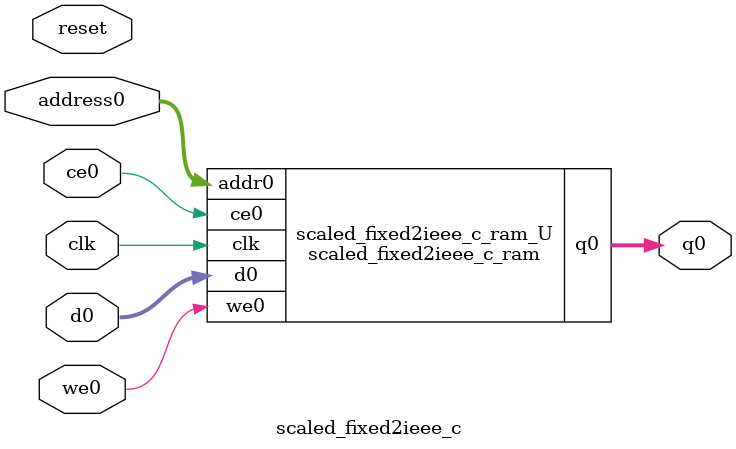
<source format=v>
`timescale 1 ns / 1 ps
module scaled_fixed2ieee_c_ram (addr0, ce0, d0, we0, q0,  clk);

parameter DWIDTH = 32;
parameter AWIDTH = 2;
parameter MEM_SIZE = 4;

input[AWIDTH-1:0] addr0;
input ce0;
input[DWIDTH-1:0] d0;
input we0;
output reg[DWIDTH-1:0] q0;
input clk;

(* ram_style = "distributed" *)reg [DWIDTH-1:0] ram[0:MEM_SIZE-1];




always @(posedge clk)  
begin 
    if (ce0) 
    begin
        if (we0) 
        begin 
            ram[addr0] <= d0; 
        end 
        q0 <= ram[addr0];
    end
end


endmodule

`timescale 1 ns / 1 ps
module scaled_fixed2ieee_c(
    reset,
    clk,
    address0,
    ce0,
    we0,
    d0,
    q0);

parameter DataWidth = 32'd32;
parameter AddressRange = 32'd4;
parameter AddressWidth = 32'd2;
input reset;
input clk;
input[AddressWidth - 1:0] address0;
input ce0;
input we0;
input[DataWidth - 1:0] d0;
output[DataWidth - 1:0] q0;



scaled_fixed2ieee_c_ram scaled_fixed2ieee_c_ram_U(
    .clk( clk ),
    .addr0( address0 ),
    .ce0( ce0 ),
    .we0( we0 ),
    .d0( d0 ),
    .q0( q0 ));

endmodule


</source>
